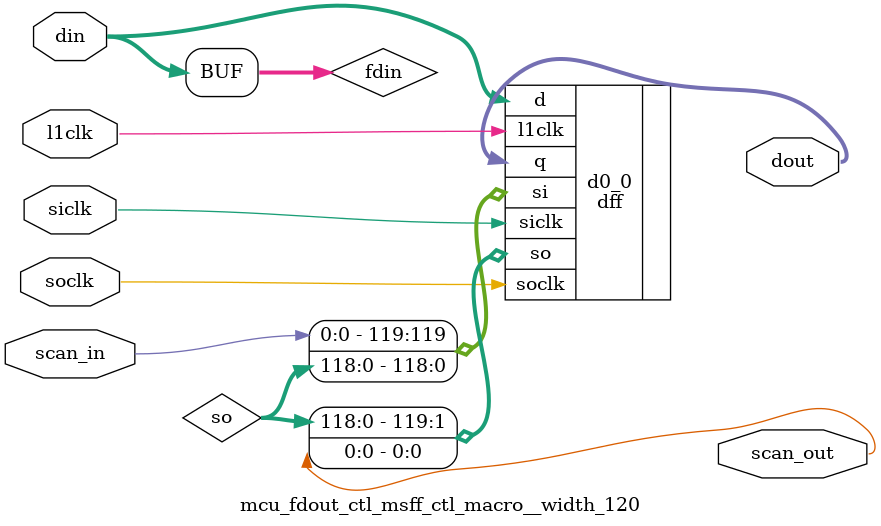
<source format=v>
module mcu_fdout_ctl (
  mcu_fsr0_data, 
  mcu_fsr1_data, 
  fbdiwr0_data, 
  fbdiwr1_data, 
  rdpctl_kp_lnk_up, 
  fbdic_link_cnt_eq_0_d1, 
  tcu_mcu_fbd_clk_stop, 
  tcu_atpg_mode, 
  drl2clk, 
  scan_in, 
  scan_out, 
  tcu_aclk, 
  tcu_bclk, 
  tcu_scan_en, 
  tcu_pce_ov, 
  tcu_mcu_testmode);
wire pce_ov;
wire siclk;
wire soclk;
wire se;
wire stop;
wire l1clk;
wire [119:0] fdout_link_data;
wire fbdic_link_cnt_eq_0_d1_reg;
wire [119:0] mcu_fsr0_data_in;
wire ff_fsr0_data_scanin;
wire ff_fsr0_data_scanout;
wire [119:0] mcu_fsr1_data_in;
wire ff_fsr1_data_scanin;
wire ff_fsr1_data_scanout;
wire si_0;
wire so_0;
wire spares_scanin;
wire spare0_buf_32x_unused;
wire spare0_nand3_8x_unused;
wire spare0_inv_8x_unused;
wire spare0_aoi22_4x_unused;
wire spare0_buf_8x_unused;
wire spare0_oai22_4x_unused;
wire spare0_inv_16x_unused;
wire spare0_nand2_16x_unused;
wire spare0_nor3_4x_unused;
wire spare0_nand2_8x_unused;
wire spare0_buf_16x_unused;
wire spare0_nor2_16x_unused;
wire spare0_inv_32x_unused;
wire spares_scanout;


output	[119:0]	mcu_fsr0_data;
output	[119:0]	mcu_fsr1_data;

input	[119:0]	fbdiwr0_data;
input	[119:0]	fbdiwr1_data;

input		rdpctl_kp_lnk_up;
input		fbdic_link_cnt_eq_0_d1;

input		tcu_mcu_fbd_clk_stop;
input		tcu_atpg_mode;

input		drl2clk;
input 		scan_in;
output		scan_out;
input 		tcu_aclk;
input		tcu_bclk;
input		tcu_scan_en;
input		tcu_pce_ov;
input		tcu_mcu_testmode;

// Scan reassigns
assign pce_ov = tcu_pce_ov;
assign siclk = tcu_aclk & tcu_mcu_testmode;
assign soclk = tcu_bclk & tcu_mcu_testmode;
assign se = tcu_scan_en & tcu_mcu_testmode;
assign stop = tcu_mcu_fbd_clk_stop & ~tcu_atpg_mode;

mcu_fdout_ctl_l1clkhdr_ctl_macro clkgen (
 	.l2clk(drl2clk),
 	.l1en (1'b1 ),
 	.l1clk(l1clk),
  .pce_ov(pce_ov),
  .stop(stop),
  .se(se));

assign fdout_link_data[119:0] = fbdic_link_cnt_eq_0_d1_reg ? 120'h55_0aaa_557a_a455_0aa0_554a_a055_0aa0 : 120'h0;

assign mcu_fsr0_data_in[119:0] = rdpctl_kp_lnk_up ? fdout_link_data[119:0] : fbdiwr0_data[119:0];

mcu_fdout_ctl_msff_ctl_macro__width_120 ff_fsr0_data    (
	.scan_in(ff_fsr0_data_scanin),
	.scan_out(ff_fsr0_data_scanout),
	.din(mcu_fsr0_data_in[119:0]),
	.dout(mcu_fsr0_data[119:0]),
	.l1clk(l1clk),
  .siclk(siclk),
  .soclk(soclk));

assign mcu_fsr1_data_in[119:0] = rdpctl_kp_lnk_up ? fdout_link_data[119:0] : fbdiwr1_data[119:0];

mcu_fdout_ctl_msff_ctl_macro__width_120 ff_fsr1_data    (
	.scan_in(ff_fsr1_data_scanin),
	.scan_out(ff_fsr1_data_scanout),
	.din(mcu_fsr1_data_in[119:0]),
	.dout(mcu_fsr1_data[119:0]),
	.l1clk(l1clk),
  .siclk(siclk),
  .soclk(soclk));

cl_sc1_msff_8x spare0_flop (.l1clk(l1clk),
                               .siclk(siclk),
                               .soclk(soclk),
                               .si(si_0),
                               .so(so_0),
                               .d(fbdic_link_cnt_eq_0_d1),
                               .q(fbdic_link_cnt_eq_0_d1_reg));
assign si_0 = spares_scanin;

cl_u1_buf_32x   spare0_buf_32x (.in(1'b1),
                                   .out(spare0_buf_32x_unused));
cl_u1_nand3_8x spare0_nand3_8x (.in0(1'b1),
                                   .in1(1'b1),
                                   .in2(1'b1),
                                   .out(spare0_nand3_8x_unused));
cl_u1_inv_8x    spare0_inv_8x (.in(1'b1),
                                  .out(spare0_inv_8x_unused));
cl_u1_aoi22_4x spare0_aoi22_4x (.in00(1'b1),
                                   .in01(1'b1),
                                   .in10(1'b1),
                                   .in11(1'b1),
                                   .out(spare0_aoi22_4x_unused));
cl_u1_buf_8x    spare0_buf_8x (.in(1'b1),
                                  .out(spare0_buf_8x_unused));
cl_u1_oai22_4x spare0_oai22_4x (.in00(1'b1),
                                   .in01(1'b1),
                                   .in10(1'b1),
                                   .in11(1'b1),
                                   .out(spare0_oai22_4x_unused));
cl_u1_inv_16x   spare0_inv_16x (.in(1'b1),
                                   .out(spare0_inv_16x_unused));
cl_u1_nand2_16x spare0_nand2_16x (.in0(1'b1),
                                     .in1(1'b1),
                                     .out(spare0_nand2_16x_unused));
cl_u1_nor3_4x spare0_nor3_4x (.in0(1'b0),
                                 .in1(1'b0),
                                 .in2(1'b0),
                                 .out(spare0_nor3_4x_unused));
cl_u1_nand2_8x spare0_nand2_8x (.in0(1'b1),
                                   .in1(1'b1),
                                   .out(spare0_nand2_8x_unused));
cl_u1_buf_16x   spare0_buf_16x (.in(1'b1),
                                   .out(spare0_buf_16x_unused));
cl_u1_nor2_16x spare0_nor2_16x (.in0(1'b0),
                                   .in1(1'b0),
                                   .out(spare0_nor2_16x_unused));
cl_u1_inv_32x   spare0_inv_32x (.in(1'b1),
                                   .out(spare0_inv_32x_unused));
assign spares_scanout = so_0;

assign ff_fsr0_data_scanin       = scan_in                  ;
assign ff_fsr1_data_scanin       = ff_fsr0_data_scanout     ;
assign spares_scanin             = ff_fsr1_data_scanout     ;
assign scan_out                  = tcu_mcu_testmode ? spares_scanout : scan_in ;

endmodule






// any PARAMS parms go into naming of macro

module mcu_fdout_ctl_l1clkhdr_ctl_macro (
  l2clk, 
  l1en, 
  pce_ov, 
  stop, 
  se, 
  l1clk);


  input l2clk;
  input l1en;
  input pce_ov;
  input stop;
  input se;
  output l1clk;



 

cl_sc1_l1hdr_8x c_0 (


   .l2clk(l2clk),
   .pce(l1en),
   .l1clk(l1clk),
  .se(se),
  .pce_ov(pce_ov),
  .stop(stop)
);



endmodule













// any PARAMS parms go into naming of macro

module mcu_fdout_ctl_msff_ctl_macro__width_120 (
  din, 
  l1clk, 
  scan_in, 
  siclk, 
  soclk, 
  dout, 
  scan_out);
wire [119:0] fdin;
wire [118:0] so;

  input [119:0] din;
  input l1clk;
  input scan_in;


  input siclk;
  input soclk;

  output [119:0] dout;
  output scan_out;
assign fdin[119:0] = din[119:0];






dff #(120)  d0_0 (
.l1clk(l1clk),
.siclk(siclk),
.soclk(soclk),
.d(fdin[119:0]),
.si({scan_in,so[118:0]}),
.so({so[118:0],scan_out}),
.q(dout[119:0])
);












endmodule









</source>
